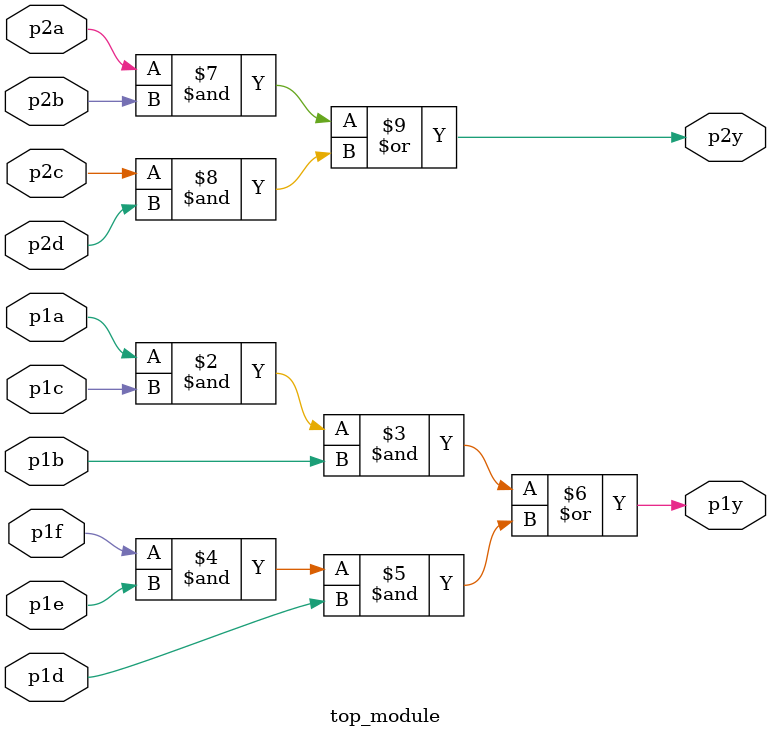
<source format=v>
module top_module (
    input p1a, p1b, p1c, p1d, p1e, p1f,
    output p1y,
    input p2a, p2b, p2c, p2d,
    output p2y );
    // assign p1y=(p1a&p1c&p1b)|(p1f&p1e&p1d);
    // assign p2y=(p2a&p2b)|(p2c&p2d);
  always @(*) begin
    p1y<=(p1a&p1c&p1b)|(p1f&p1e&p1d);
    p2y<=(p2a&p2b)|(p2c&p2d);
  end
endmodule

</source>
